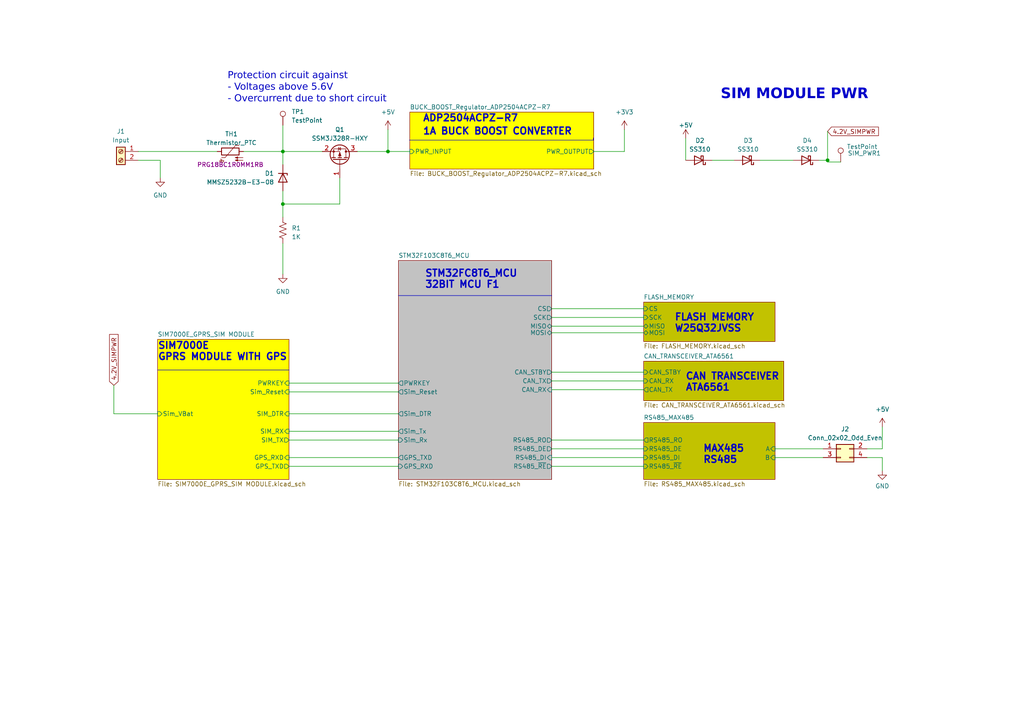
<source format=kicad_sch>
(kicad_sch (version 20230121) (generator eeschema)
  (paper "A4")
  (lib_symbols
    (symbol "Connector:Screw_Terminal_01x02" (pin_names (offset 1.016) hide)
      (property "Reference" "J" (at 0 2.54 0))
      (property "Value" "Screw_Terminal_01x02" (at 0 -5.08 0))
      (symbol "Screw_Terminal_01x02_1_1"
        (rectangle (start -1.27 1.27) (end 1.27 -3.81) (stroke (width 0.254)) (fill (type background)))
        (circle (center 0 -2.54) (radius 0.635) (stroke (width 0.1524)))
        (polyline (pts (xy -0.5334 -2.2098) (xy 0.3302 -3.048)) (stroke (width 0.1524)))
        (polyline (pts (xy -0.5334 0.3302) (xy 0.3302 -0.508)) (stroke (width 0.1524)))
        (polyline (pts (xy -0.3556 -2.032) (xy 0.508 -2.8702)) (stroke (width 0.1524)))
        (polyline (pts (xy -0.3556 0.508) (xy 0.508 -0.3302)) (stroke (width 0.1524)))
        (circle (center 0 0) (radius 0.635) (stroke (width 0.1524)))
        (pin passive line (at -5.08 0 0) (length 3.81) (name "Pin_1") (number "1"))
        (pin passive line (at -5.08 -2.54 0) (length 3.81) (name "Pin_2") (number "2"))
      )
    )
    (symbol "Connector:TestPoint" (pin_numbers hide) (pin_names (offset 0.762) hide)
      (property "Reference" "TP" (at 0 6.858 0))
      (property "Value" "TestPoint" (at 0 5.08 0))
      (symbol "TestPoint_0_1"
        (circle (center 0 3.302) (radius 0.762))
      )
      (symbol "TestPoint_1_1"
        (pin passive line (at 0 0 90) (length 2.54) (name "1") (number "1"))
      )
    )
    (symbol "Connector_Generic:Conn_02x02_Odd_Even" (pin_names (offset 1.016) hide)
      (property "Reference" "J" (at 1.27 2.54 0))
      (property "Value" "Conn_02x02_Odd_Even" (at 1.27 -5.08 0))
      (symbol "Conn_02x02_Odd_Even_1_1"
        (rectangle (start -1.27 -2.413) (end 0 -2.667) (stroke (width 0.1524)))
        (rectangle (start -1.27 0.127) (end 0 -0.127) (stroke (width 0.1524)))
        (rectangle (start -1.27 1.27) (end 3.81 -3.81) (stroke (width 0.254)) (fill (type background)))
        (rectangle (start 3.81 -2.413) (end 2.54 -2.667) (stroke (width 0.1524)))
        (rectangle (start 3.81 0.127) (end 2.54 -0.127) (stroke (width 0.1524)))
        (pin passive line (at -5.08 0 0) (length 3.81) (name "Pin_1") (number "1"))
        (pin passive line (at 7.62 0 180) (length 3.81) (name "Pin_2") (number "2"))
        (pin passive line (at -5.08 -2.54 0) (length 3.81) (name "Pin_3") (number "3"))
        (pin passive line (at 7.62 -2.54 180) (length 3.81) (name "Pin_4") (number "4"))
      )
    )
    (symbol "Device:D_Schottky" (pin_numbers hide) (pin_names (offset 1.016) hide)
      (property "Reference" "D" (at 0 2.54 0))
      (property "Value" "D_Schottky" (at 0 -2.54 0))
      (symbol "D_Schottky_0_1"
        (polyline (pts (xy 1.27 0) (xy -1.27 0)))
        (polyline (pts (xy 1.27 1.27) (xy 1.27 -1.27) (xy -1.27 0) (xy 1.27 1.27)) (stroke (width 0.254)))
        (polyline (pts (xy -1.905 0.635) (xy -1.905 1.27) (xy -1.27 1.27) (xy -1.27 -1.27) (xy -0.635 -1.27) (xy -0.635 -0.635)) (stroke (width 0.254)))
      )
      (symbol "D_Schottky_1_1"
        (pin passive line (at -3.81 0 0) (length 2.54) (name "K") (number "1"))
        (pin passive line (at 3.81 0 180) (length 2.54) (name "A") (number "2"))
      )
    )
    (symbol "Device:D_Zener" (pin_numbers hide) (pin_names (offset 1.016) hide)
      (property "Reference" "D" (at 0 2.54 0))
      (property "Value" "D_Zener" (at 0 -2.54 0))
      (symbol "D_Zener_0_1"
        (polyline (pts (xy 1.27 0) (xy -1.27 0)))
        (polyline (pts (xy -1.27 -1.27) (xy -1.27 1.27) (xy -0.762 1.27)) (stroke (width 0.254)))
        (polyline (pts (xy 1.27 -1.27) (xy 1.27 1.27) (xy -1.27 0) (xy 1.27 -1.27)) (stroke (width 0.254)))
      )
      (symbol "D_Zener_1_1"
        (pin passive line (at -3.81 0 0) (length 2.54) (name "K") (number "1"))
        (pin passive line (at 3.81 0 180) (length 2.54) (name "A") (number "2"))
      )
    )
    (symbol "Device:Q_PMOS_GSD" (pin_names (offset 0) hide)
      (property "Reference" "Q" (at 5.08 1.27 0))
      (property "Value" "Q_PMOS_GSD" (at 5.08 -1.27 0))
      (symbol "Q_PMOS_GSD_0_1"
        (polyline (pts (xy 0.254 0) (xy -2.54 0)))
        (polyline (pts (xy 0.254 1.905) (xy 0.254 -1.905)) (stroke (width 0.254)))
        (polyline (pts (xy 0.762 -1.27) (xy 0.762 -2.286)) (stroke (width 0.254)))
        (polyline (pts (xy 0.762 0.508) (xy 0.762 -0.508)) (stroke (width 0.254)))
        (polyline (pts (xy 0.762 2.286) (xy 0.762 1.27)) (stroke (width 0.254)))
        (polyline (pts (xy 2.54 2.54) (xy 2.54 1.778)))
        (polyline (pts (xy 2.54 -2.54) (xy 2.54 0) (xy 0.762 0)))
        (polyline (pts (xy 0.762 1.778) (xy 3.302 1.778) (xy 3.302 -1.778) (xy 0.762 -1.778)))
        (polyline (pts (xy 2.286 0) (xy 1.27 0.381) (xy 1.27 -0.381) (xy 2.286 0)) (fill (type outline)))
        (polyline (pts (xy 2.794 -0.508) (xy 2.921 -0.381) (xy 3.683 -0.381) (xy 3.81 -0.254)))
        (polyline (pts (xy 3.302 -0.381) (xy 2.921 0.254) (xy 3.683 0.254) (xy 3.302 -0.381)))
        (circle (center 1.651 0) (radius 2.794) (stroke (width 0.254)))
        (circle (center 2.54 -1.778) (radius 0.254) (fill (type outline)))
        (circle (center 2.54 1.778) (radius 0.254) (fill (type outline)))
      )
      (symbol "Q_PMOS_GSD_1_1"
        (pin input line (at -5.08 0 0) (length 2.54) (name "G") (number "1"))
        (pin passive line (at 2.54 -5.08 90) (length 2.54) (name "S") (number "2"))
        (pin passive line (at 2.54 5.08 270) (length 2.54) (name "D") (number "3"))
      )
    )
    (symbol "Device:R_US" (pin_numbers hide) (pin_names (offset 0))
      (property "Reference" "R" (at 2.54 0 90))
      (property "Value" "R_US" (at -2.54 0 90))
      (symbol "R_US_0_1"
        (polyline (pts (xy 0 -2.286) (xy 0 -2.54)))
        (polyline (pts (xy 0 2.286) (xy 0 2.54)))
        (polyline (pts (xy 0 -0.762) (xy 1.016 -1.143) (xy 0 -1.524) (xy -1.016 -1.905) (xy 0 -2.286)))
        (polyline (pts (xy 0 0.762) (xy 1.016 0.381) (xy 0 0) (xy -1.016 -0.381) (xy 0 -0.762)))
        (polyline (pts (xy 0 2.286) (xy 1.016 1.905) (xy 0 1.524) (xy -1.016 1.143) (xy 0 0.762)))
      )
      (symbol "R_US_1_1"
        (pin passive line (at 0 3.81 270) (length 1.27) (name "~") (number "1"))
        (pin passive line (at 0 -3.81 90) (length 1.27) (name "~") (number "2"))
      )
    )
    (symbol "Device:Thermistor_PTC" (pin_numbers hide) (pin_names (offset 0))
      (property "Reference" "TH" (at -4.064 0 90))
      (property "Value" "Thermistor_PTC" (at 3.048 0 90))
      (symbol "Thermistor_PTC_0_1"
        (arc (start -3.048 2.159) (mid -3.0495 2.3143) (end -3.175 2.413))
        (arc (start -3.048 2.159) (mid -2.9736 1.9794) (end -2.794 1.905))
        (arc (start -3.048 2.794) (mid -2.9736 2.6144) (end -2.794 2.54))
        (arc (start -2.794 1.905) (mid -2.6144 1.9794) (end -2.54 2.159))
        (arc (start -2.794 2.54) (mid -2.4393 2.5587) (end -2.159 2.794))
        (arc (start -2.794 3.048) (mid -2.9736 2.9736) (end -3.048 2.794))
        (arc (start -2.54 2.794) (mid -2.6144 2.9736) (end -2.794 3.048))
        (rectangle (start -1.016 2.54) (end 1.016 -2.54) (stroke (width 0.254)))
        (polyline (pts (xy -2.54 2.159) (xy -2.54 2.794)))
        (polyline (pts (xy -1.778 2.54) (xy -1.778 1.524) (xy 1.778 -1.524) (xy 1.778 -2.54)))
        (polyline (pts (xy -2.54 -3.683) (xy -2.54 -1.397) (xy -2.794 -2.159) (xy -2.286 -2.159) (xy -2.54 -1.397) (xy -2.54 -1.651)) (fill (type outline)))
        (polyline (pts (xy -1.778 -3.683) (xy -1.778 -1.397) (xy -2.032 -2.159) (xy -1.524 -2.159) (xy -1.778 -1.397) (xy -1.778 -1.651)) (fill (type outline)))
      )
      (symbol "Thermistor_PTC_1_1"
        (pin passive line (at 0 3.81 270) (length 1.27) (name "~") (number "1"))
        (pin passive line (at 0 -3.81 90) (length 1.27) (name "~") (number "2"))
      )
    )
    (symbol "power:+3V3" (power) (pin_names (offset 0))
      (property "Value" "+3V3" (at 0 3.556 0))
      (symbol "+3V3_0_1"
        (polyline (pts (xy -0.762 1.27) (xy 0 2.54)))
        (polyline (pts (xy 0 0) (xy 0 2.54)))
        (polyline (pts (xy 0 2.54) (xy 0.762 1.27)))
      )
      (symbol "+3V3_1_1"
        (pin power_in line (at 0 0 90) (length 0) hide (name "+3V3") (number "1"))
      )
    )
    (symbol "power:+5V" (power) (pin_names (offset 0))
      (property "Value" "+5V" (at 0 3.556 0))
      (symbol "+5V_0_1"
        (polyline (pts (xy -0.762 1.27) (xy 0 2.54)))
        (polyline (pts (xy 0 0) (xy 0 2.54)))
        (polyline (pts (xy 0 2.54) (xy 0.762 1.27)))
      )
      (symbol "+5V_1_1"
        (pin power_in line (at 0 0 90) (length 0) hide (name "+5V") (number "1"))
      )
    )
    (symbol "power:GND" (power) (pin_names (offset 0))
      (property "Value" "GND" (at 0 -3.81 0))
      (symbol "GND_0_1"
        (polyline (pts (xy 0 0) (xy 0 -1.27) (xy 1.27 -1.27) (xy 0 -2.54) (xy -1.27 -1.27) (xy 0 -1.27)))
      )
      (symbol "GND_1_1"
        (pin power_in line (at 0 0 270) (length 0) hide (name "GND") (number "1"))
      )
    )
  )
  (junction (at 82.042 59.182))
  (junction (at 82.042 43.942))
  (junction (at 112.522 43.942))
  (junction (at 240.03 46.482))
  (wire (pts (xy 255.905 123.825) (xy 255.905 130.175)))
  (wire (pts (xy 160.02 96.52) (xy 186.69 96.52)))
  (wire (pts (xy 243.84 46.99) (xy 240.03 46.99)))
  (wire (pts (xy 229.997 46.482) (xy 220.472 46.482)))
  (wire (pts (xy 98.552 51.562) (xy 98.552 59.182)))
  (wire (pts (xy 83.82 135.255) (xy 115.57 135.255)))
  (wire (pts (xy 82.042 47.752) (xy 82.042 43.942)))
  (wire (pts (xy 83.82 127.635) (xy 115.57 127.635)))
  (wire (pts (xy 83.82 125.095) (xy 115.57 125.095)))
  (polyline (pts (xy 45.72 107.315) (xy 83.82 107.315)))
  (wire (pts (xy 112.522 43.942) (xy 118.872 43.942)))
  (wire (pts (xy 33.02 120.015) (xy 45.72 120.015)))
  (wire (pts (xy 160.02 135.255) (xy 186.69 135.255)))
  (wire (pts (xy 160.02 92.075) (xy 186.69 92.075)))
  (wire (pts (xy 198.882 40.132) (xy 198.882 46.482)))
  (wire (pts (xy 46.482 46.482) (xy 40.132 46.482)))
  (wire (pts (xy 240.03 46.99) (xy 240.03 46.482)))
  (polyline (pts (xy 115.57 85.725) (xy 160.02 85.725)))
  (wire (pts (xy 255.905 130.175) (xy 251.46 130.175)))
  (wire (pts (xy 240.03 38.1) (xy 240.03 46.482)))
  (wire (pts (xy 40.132 43.942) (xy 62.992 43.942)))
  (wire (pts (xy 255.905 136.525) (xy 255.905 132.715)))
  (wire (pts (xy 160.02 110.49) (xy 186.69 110.49)))
  (wire (pts (xy 181.102 43.942) (xy 172.212 43.942)))
  (wire (pts (xy 82.042 36.322) (xy 82.042 43.942)))
  (wire (pts (xy 82.042 59.182) (xy 82.042 62.992)))
  (polyline (pts (xy 172.085 40.005) (xy 172.085 40.64)))
  (wire (pts (xy 212.852 46.482) (xy 206.502 46.482)))
  (wire (pts (xy 46.482 51.562) (xy 46.482 46.482)))
  (wire (pts (xy 160.02 113.03) (xy 186.69 113.03)))
  (wire (pts (xy 82.042 70.612) (xy 82.042 79.502)))
  (wire (pts (xy 83.82 113.665) (xy 115.57 113.665)))
  (wire (pts (xy 82.042 43.942) (xy 93.472 43.942)))
  (wire (pts (xy 70.612 43.942) (xy 82.042 43.942)))
  (wire (pts (xy 160.02 130.175) (xy 186.69 130.175)))
  (wire (pts (xy 160.02 107.95) (xy 186.69 107.95)))
  (wire (pts (xy 98.552 59.182) (xy 82.042 59.182)))
  (wire (pts (xy 224.79 130.175) (xy 238.76 130.175)))
  (wire (pts (xy 181.102 37.592) (xy 181.102 43.942)))
  (wire (pts (xy 160.02 89.535) (xy 186.69 89.535)))
  (wire (pts (xy 160.02 132.715) (xy 186.69 132.715)))
  (wire (pts (xy 83.82 120.015) (xy 115.57 120.015)))
  (wire (pts (xy 103.632 43.942) (xy 112.522 43.942)))
  (polyline (pts (xy 118.745 40.64) (xy 172.085 40.64)))
  (wire (pts (xy 237.617 46.482) (xy 240.03 46.482)))
  (wire (pts (xy 83.82 132.715) (xy 115.57 132.715)))
  (wire (pts (xy 82.042 55.372) (xy 82.042 59.182)))
  (wire (pts (xy 33.02 111.76) (xy 33.02 120.015)))
  (wire (pts (xy 160.02 127.635) (xy 186.69 127.635)))
  (wire (pts (xy 251.46 132.715) (xy 255.905 132.715)))
  (wire (pts (xy 224.79 132.715) (xy 238.76 132.715)))
  (wire (pts (xy 112.522 37.592) (xy 112.522 43.942)))
  (wire (pts (xy 160.02 94.615) (xy 186.69 94.615)))
  (wire (pts (xy 83.82 111.125) (xy 115.57 111.125)))
  (text "FLASH MEMORY\nW25Q32JVSS" (at 195.58 96.52 0) (effects (font (size 2 2) (thickness 0.4) bold) (justify left bottom)))
  (text "ADP2504ACPZ-R7\n" (at 122.555 35.56 0) (effects (font (size 2 2) (thickness 0.4) bold) (justify left bottom)))
  (text "1A BUCK BOOST CONVERTER" (at 122.555 39.37 0) (effects (font (size 2 2) bold) (justify left bottom)))
  (text "STM32FC8T6_MCU\n32BIT MCU F1" (at 123.19 83.82 0) (effects (font (size 2 2) (thickness 0.4) bold) (justify left bottom)))
  (text "MAX485\nRS485" (at 203.835 134.62 0) (effects (font (size 2 2) (thickness 0.4) bold) (justify left bottom)))
  (text "SIM MODULE PWR" (at 209.042 29.972 0) (effects (font (size 3 3) (thickness 1) bold) (justify left bottom)))
  (text "CAN TRANSCEIVER\nATA6561" (at 198.755 113.665 0) (effects (font (size 2 2) (thickness 0.4) bold) (justify left bottom)))
  (text "Protection circuit against\n- Voltages above 5.6V\n- Overcurrent due to short circuit" (at 66.04 30.48 0) (effects (font (size 2 2)) (justify left bottom)))
  (text "SIM7000E\nGPRS MODULE WITH GPS" (at 45.72 104.775 0) (effects (font (size 2 2) (thickness 0.4) bold) (justify left bottom)))
  (global_label "4.2V_SIMPWR" (shape input) (at 240.03 38.1 0) (property "Intersheetrefs" "${INTERSHEET_REFS}" (effects hide)))
  (global_label "4.2V_SIMPWR" (shape input) (at 33.02 111.76 90) (property "Intersheetrefs" "${INTERSHEET_REFS}" (effects hide)))
  (symbol (lib_id "Device:R_US") (at 82.042 66.802 0) (unit 1)
    (property "Reference" "R1" (at 84.582 66.167 0) (effects (justify left)))
    (property "Value" "1K" (at 84.582 68.707 0) (effects (justify left)))
    (property "Footprint" "Resistor_SMD:R_0402_1005Metric" (effects hide))
  )
  (symbol (lib_id "power:+5V") (at 112.522 37.592 0) (unit 1)
    (property "Reference" "#PWR03" (effects hide))
    (property "Value" "+5V" (at 112.522 32.512 0))
  )
  (symbol (lib_id "power:GND") (at 255.905 136.525 0) (unit 1)
    (property "Reference" "#PWR060" (effects hide))
    (property "Value" "GND" (at 255.905 140.97 0))
  )
  (symbol (lib_id "power:GND") (at 82.042 79.502 0) (unit 1)
    (property "Reference" "#PWR02" (effects hide))
    (property "Value" "GND" (at 82.042 84.582 0))
  )
  (symbol (lib_id "Connector:TestPoint") (at 243.84 46.99 0) (mirror y) (unit 1)
    (property "Reference" "SIM_PWR1" (at 250.698 44.45 0))
    (property "Value" "TestPoint" (at 250.063 42.545 0))
    (property "Footprint" "TestPoint:TestPoint_Pad_D1.0mm" (effects hide))
  )
  (symbol (lib_id "power:+3V3") (at 181.102 37.592 0) (unit 1)
    (property "Reference" "#PWR04" (effects hide))
    (property "Value" "+3V3" (at 181.102 32.512 0))
  )
  (symbol (lib_id "Device:D_Schottky") (at 233.807 46.482 180) (unit 1)
    (property "Reference" "D4" (at 234.1245 40.767 0))
    (property "Value" "SS310" (at 234.1245 43.307 0))
    (property "Footprint" "Diode_SMD:D_SMA" (effects hide))
  )
  (symbol (lib_id "Device:D_Schottky") (at 202.692 46.482 180) (unit 1)
    (property "Reference" "D2" (at 203.0095 40.767 0))
    (property "Value" "SS310" (at 203.0095 43.307 0))
    (property "Footprint" "Diode_SMD:D_SMA" (effects hide))
  )
  (symbol (lib_id "power:GND") (at 46.482 51.562 0) (unit 1)
    (property "Reference" "#PWR01" (effects hide))
    (property "Value" "GND" (at 46.482 56.642 0))
  )
  (symbol (lib_id "Connector_Generic:Conn_02x02_Odd_Even") (at 243.84 130.175 0) (unit 1)
    (property "Reference" "J2" (at 245.11 124.46 0))
    (property "Value" "Conn_02x02_Odd_Even" (at 245.11 127 0))
    (property "Footprint" "Connector_Molex:Molex_Mini-Fit_Jr_5569-04A2_2x02_P4.20mm_Horizontal" (effects hide))
  )
  (symbol (lib_id "power:+5V") (at 198.882 40.132 0) (unit 1)
    (property "Reference" "#PWR05" (effects hide))
    (property "Value" "+5V" (at 198.882 36.322 0))
  )
  (symbol (lib_id "Connector:Screw_Terminal_01x02") (at 35.052 43.942 0) (mirror y) (unit 1)
    (property "Reference" "J1" (at 35.052 38.1 0))
    (property "Value" "Input" (at 35.052 40.64 0))
    (property "Footprint" "TerminalBlock_Phoenix:TerminalBlock_Phoenix_PT-1,5-2-3.5-H_1x02_P3.50mm_Horizontal" (effects hide))
  )
  (symbol (lib_id "Device:Thermistor_PTC") (at 66.802 43.942 90) (unit 1)
    (property "Reference" "TH1" (at 67.1195 38.862 90))
    (property "Value" "Thermistor_PTC" (at 67.1195 41.402 90))
    (property "Footprint" "Fuse:Fuse_0603_1608Metric_Pad1.05x0.95mm_HandSolder" (effects hide))
    (property "MPN" "PRG18BC1R0MM1RB" (at 66.802 47.752 90))
  )
  (symbol (lib_id "Connector:TestPoint") (at 82.042 36.322 0) (unit 1)
    (property "Reference" "TP1" (at 84.582 32.385 0) (effects (justify left)))
    (property "Value" "TestPoint" (at 84.582 34.925 0) (effects (justify left)))
    (property "Footprint" "TestPoint:TestPoint_Pad_D1.0mm" (effects hide))
  )
  (symbol (lib_id "Device:D_Zener") (at 82.042 51.562 270) (unit 1)
    (property "Reference" "D1" (at 79.502 50.292 90) (effects (justify right)))
    (property "Value" "MMSZ5232B-E3-08" (at 79.502 52.832 90) (effects (justify right)))
    (property "Footprint" "Diode_SMD:D_SOD-123" (effects hide))
  )
  (symbol (lib_id "power:+5V") (at 255.905 123.825 0) (unit 1)
    (property "Reference" "#PWR061" (effects hide))
    (property "Value" "+5V" (at 255.905 118.745 0))
  )
  (symbol (lib_id "Device:Q_PMOS_GSD") (at 98.552 46.482 270) (mirror x) (unit 1)
    (property "Reference" "Q1" (at 98.552 37.592 90))
    (property "Value" "SSM3J328R-HXY" (at 98.552 40.132 90))
    (property "Footprint" "Package_TO_SOT_SMD:SOT-23" (effects hide))
  )
  (symbol (lib_id "Device:D_Schottky") (at 216.662 46.482 180) (unit 1)
    (property "Reference" "D3" (at 216.9795 40.767 0))
    (property "Value" "SS310" (at 216.9795 43.307 0))
    (property "Footprint" "Diode_SMD:D_SMA" (effects hide))
  )
  (sheet (at 186.69 122.555) (size 38.1 16.51) (stroke (width 0.1524)) (fill (color 194 194 0 1.0000))
    (property "Sheetname" "RS485_MAX485" (at 186.69 121.8434 0) (effects (justify left bottom)))
    (property "Sheetfile" "RS485_MAX485.kicad_sch" (at 186.69 139.6496 0) (effects (justify left top)))
    (pin "B" input (at 224.79 132.715 0))
    (pin "A" input (at 224.79 130.175 0))
    (pin "RS485_RO" output (at 186.69 127.635 180))
    (pin "RS485_DE" input (at 186.69 130.175 180))
    (pin "RS485_DI" input (at 186.69 132.715 180))
    (pin "RS485_~{RE}" input (at 186.69 135.255 180))
  )
  (sheet (at 186.69 87.63) (size 38.1 11.43) (stroke (width 0.1524)) (fill (color 194 194 0 1.0000))
    (property "Sheetname" "FLASH_MEMORY" (at 186.69 86.9184 0) (effects (justify left bottom)))
    (property "Sheetfile" "FLASH_MEMORY.kicad_sch" (at 186.69 99.6446 0) (effects (justify left top)))
    (pin "MOSI" bidirectional (at 186.69 96.52 180))
    (pin "MISO" bidirectional (at 186.69 94.615 180))
    (pin "SCK" input (at 186.69 92.075 180))
    (pin "CS" input (at 186.69 89.535 180))
  )
  (sheet (at 45.72 98.425) (size 38.1 40.64) (stroke (width 0.1524)) (fill (color 255 255 0 1.0000))
    (property "Sheetname" "SIM7000E_GPRS_SIM MODULE" (at 45.72 97.7134 0) (effects (justify left bottom)))
    (property "Sheetfile" "SIM7000E_GPRS_SIM MODULE.kicad_sch" (at 45.72 139.6496 0) (effects (justify left top)))
    (pin "SIM_RX" input (at 83.82 125.095 0))
    (pin "GPS_RXD" input (at 83.82 132.715 0))
    (pin "GPS_TXD" output (at 83.82 135.255 0))
    (pin "SIM_TX" output (at 83.82 127.635 0))
    (pin "SIM_DTR" input (at 83.82 120.015 0))
    (pin "Sim_Reset" input (at 83.82 113.665 0))
    (pin "PWRKEY" input (at 83.82 111.125 0))
    (pin "Sim_VBat" input (at 45.72 120.015 180))
  )
  (sheet (at 115.57 75.565) (size 44.45 63.5) (stroke (width 0.1524)) (fill (color 194 194 194 1.0000))
    (property "Sheetname" "STM32F103C8T6_MCU" (at 115.57 74.8534 0) (effects (justify left bottom)))
    (property "Sheetfile" "STM32F103C8T6_MCU.kicad_sch" (at 115.57 139.6496 0) (effects (justify left top)))
    (pin "PWRKEY" output (at 115.57 111.125 180))
    (pin "RS485_RO" output (at 160.02 127.635 0))
    (pin "RS485_DE" output (at 160.02 130.175 0))
    (pin "RS485_DI" input (at 160.02 132.715 0))
    (pin "Sim_DTR" output (at 115.57 120.015 180))
    (pin "Sim_Reset" output (at 115.57 113.665 180))
    (pin "RS485_~{RE}" output (at 160.02 135.255 0))
    (pin "GPS_RXD" input (at 115.57 135.255 180))
    (pin "GPS_TXD" output (at 115.57 132.715 180))
    (pin "CAN_STBY" output (at 160.02 107.95 0))
    (pin "CAN_TX" output (at 160.02 110.49 0))
    (pin "CAN_RX" input (at 160.02 113.03 0))
    (pin "Sim_Tx" output (at 115.57 125.095 180))
    (pin "Sim_Rx" input (at 115.57 127.635 180))
    (pin "CS" output (at 160.02 89.535 0))
    (pin "SCK" output (at 160.02 92.075 0))
    (pin "MOSI" bidirectional (at 160.02 96.52 0))
    (pin "MISO" bidirectional (at 160.02 94.615 0))
  )
  (sheet (at 118.872 32.512) (size 53.34 16.51) (stroke (width 0.1524)) (fill (color 255 255 0 1.0000))
    (property "Sheetname" "BUCK_BOOST_Regulator_ADP2504ACPZ-R7" (at 118.872 31.8004 0) (effects (justify left bottom)))
    (property "Sheetfile" "BUCK_BOOST_Regulator_ADP2504ACPZ-R7.kicad_sch" (at 118.872 49.6066 0) (effects (justify left top)))
    (pin "PWR_OUTPUT" output (at 172.212 43.942 0))
    (pin "PWR_INPUT" input (at 118.872 43.942 180))
  )
  (sheet (at 186.69 104.775) (size 40.64 11.43) (stroke (width 0.1524)) (fill (color 194 194 0 1.0000))
    (property "Sheetname" "CAN_TRANSCEIVER_ATA6561" (at 186.69 104.0634 0) (effects (justify left bottom)))
    (property "Sheetfile" "CAN_TRANSCEIVER_ATA6561.kicad_sch" (at 186.69 116.7896 0) (effects (justify left top)))
    (pin "CAN_RX" input (at 186.69 110.49 180))
    (pin "CAN_STBY" input (at 186.69 107.95 180))
    (pin "CAN_TX" output (at 186.69 113.03 180))
  )
)
</source>
